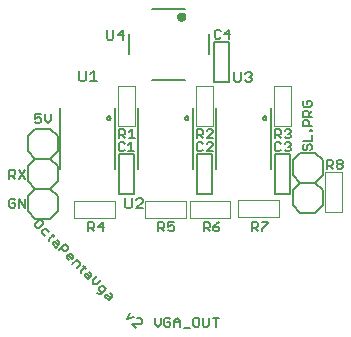
<source format=gto>
G75*
%MOIN*%
%OFA0B0*%
%FSLAX24Y24*%
%IPPOS*%
%LPD*%
%AMOC8*
5,1,8,0,0,1.08239X$1,22.5*
%
%ADD10C,0.0050*%
%ADD11C,0.0060*%
%ADD12C,0.0080*%
%ADD13C,0.0040*%
D10*
X004429Y006231D02*
X004323Y006337D01*
X004323Y006408D01*
X004393Y006408D01*
X004500Y006302D01*
X004535Y006337D02*
X004429Y006231D01*
X004535Y006337D02*
X004535Y006408D01*
X004464Y006479D01*
X004342Y006600D02*
X004236Y006706D01*
X004165Y006706D01*
X004095Y006636D01*
X004095Y006565D01*
X004201Y006459D01*
X004165Y006423D02*
X004342Y006600D01*
X004165Y006423D02*
X004095Y006423D01*
X004059Y006459D01*
X004044Y006757D02*
X003902Y006757D01*
X003902Y006899D01*
X004044Y007040D01*
X004185Y006899D02*
X004044Y006757D01*
X003816Y006985D02*
X003710Y007091D01*
X003639Y007091D01*
X003639Y007021D01*
X003745Y006915D01*
X003851Y007021D01*
X003851Y007091D01*
X003780Y007162D01*
X003664Y007279D02*
X003593Y007350D01*
X003664Y007350D02*
X003522Y007208D01*
X003522Y007137D01*
X003365Y007294D02*
X003471Y007400D01*
X003471Y007471D01*
X003365Y007577D01*
X003224Y007436D01*
X003208Y007593D02*
X003067Y007735D01*
X003102Y007770D02*
X003031Y007699D01*
X003031Y007628D01*
X003102Y007558D01*
X003208Y007593D02*
X003244Y007628D01*
X003244Y007699D01*
X003173Y007770D01*
X003102Y007770D01*
X003016Y007856D02*
X002945Y007856D01*
X002839Y007962D01*
X002768Y007892D02*
X002980Y008104D01*
X003086Y007998D01*
X003086Y007927D01*
X003016Y007856D01*
X002788Y008084D02*
X002682Y007978D01*
X002576Y008084D01*
X002576Y008155D01*
X002646Y008155D01*
X002752Y008049D01*
X002788Y008084D02*
X002788Y008155D01*
X002717Y008226D01*
X002601Y008342D02*
X002530Y008413D01*
X002601Y008413D02*
X002459Y008271D01*
X002459Y008201D01*
X002302Y008358D02*
X002196Y008464D01*
X002196Y008535D01*
X002266Y008605D01*
X002337Y008605D01*
X002443Y008499D01*
X002251Y008763D02*
X002251Y008833D01*
X002180Y008904D01*
X002109Y008904D01*
X001968Y008763D01*
X001968Y008692D01*
X002039Y008621D01*
X002109Y008621D01*
X002251Y008763D01*
X001637Y009306D02*
X001637Y009607D01*
X001436Y009607D02*
X001436Y009306D01*
X001314Y009356D02*
X001314Y009456D01*
X001214Y009456D01*
X001114Y009356D02*
X001164Y009306D01*
X001264Y009306D01*
X001314Y009356D01*
X001114Y009356D02*
X001114Y009557D01*
X001164Y009607D01*
X001264Y009607D01*
X001314Y009557D01*
X001436Y009607D02*
X001637Y009306D01*
X001637Y010269D02*
X001436Y010569D01*
X001314Y010519D02*
X001314Y010419D01*
X001264Y010369D01*
X001114Y010369D01*
X001114Y010269D02*
X001114Y010569D01*
X001264Y010569D01*
X001314Y010519D01*
X001214Y010369D02*
X001314Y010269D01*
X001436Y010269D02*
X001637Y010569D01*
X002023Y012123D02*
X001973Y012173D01*
X002023Y012123D02*
X002123Y012123D01*
X002173Y012173D01*
X002173Y012274D01*
X002123Y012324D01*
X002073Y012324D01*
X001973Y012274D01*
X001973Y012424D01*
X002173Y012424D01*
X002295Y012424D02*
X002295Y012224D01*
X002395Y012123D01*
X002495Y012224D01*
X002495Y012424D01*
X004776Y011929D02*
X004776Y011629D01*
X004776Y011729D02*
X004926Y011729D01*
X004976Y011779D01*
X004976Y011879D01*
X004926Y011929D01*
X004776Y011929D01*
X004876Y011729D02*
X004976Y011629D01*
X005098Y011629D02*
X005298Y011629D01*
X005198Y011629D02*
X005198Y011929D01*
X005098Y011829D01*
X005191Y011496D02*
X005191Y011196D01*
X005091Y011196D02*
X005291Y011196D01*
X005286Y011092D02*
X005286Y009754D01*
X004778Y009754D01*
X004766Y009754D02*
X004766Y011092D01*
X004778Y011092D02*
X005286Y011092D01*
X005091Y011396D02*
X005191Y011496D01*
X004969Y011446D02*
X004919Y011496D01*
X004818Y011496D01*
X004768Y011446D01*
X004768Y011246D01*
X004818Y011196D01*
X004919Y011196D01*
X004969Y011246D01*
X004227Y008825D02*
X004077Y008675D01*
X004277Y008675D01*
X004227Y008525D02*
X004227Y008825D01*
X003954Y008775D02*
X003954Y008675D01*
X003904Y008625D01*
X003754Y008625D01*
X003754Y008525D02*
X003754Y008825D01*
X003904Y008825D01*
X003954Y008775D01*
X003854Y008625D02*
X003954Y008525D01*
X006089Y008525D02*
X006089Y008825D01*
X006239Y008825D01*
X006289Y008775D01*
X006289Y008675D01*
X006239Y008625D01*
X006089Y008625D01*
X006189Y008625D02*
X006289Y008525D01*
X006411Y008575D02*
X006461Y008525D01*
X006561Y008525D01*
X006611Y008575D01*
X006611Y008675D01*
X006561Y008725D01*
X006511Y008725D01*
X006411Y008675D01*
X006411Y008825D01*
X006611Y008825D01*
X007365Y009754D02*
X007365Y011092D01*
X007377Y011092D02*
X007884Y011092D01*
X007884Y009754D01*
X007377Y009754D01*
X007600Y008825D02*
X007750Y008825D01*
X007800Y008775D01*
X007800Y008675D01*
X007750Y008625D01*
X007600Y008625D01*
X007600Y008525D02*
X007600Y008825D01*
X007700Y008625D02*
X007800Y008525D01*
X007922Y008575D02*
X007922Y008675D01*
X008072Y008675D01*
X008122Y008625D01*
X008122Y008575D01*
X008072Y008525D01*
X007972Y008525D01*
X007922Y008575D01*
X007922Y008675D02*
X008022Y008775D01*
X008122Y008825D01*
X009208Y008835D02*
X009208Y008534D01*
X009208Y008635D02*
X009358Y008635D01*
X009408Y008685D01*
X009408Y008785D01*
X009358Y008835D01*
X009208Y008835D01*
X009308Y008635D02*
X009408Y008534D01*
X009530Y008534D02*
X009530Y008584D01*
X009730Y008785D01*
X009730Y008835D01*
X009530Y008835D01*
X009963Y009754D02*
X009963Y011092D01*
X009975Y011092D02*
X010483Y011092D01*
X010483Y009754D01*
X009975Y009754D01*
X010022Y011192D02*
X010122Y011192D01*
X010172Y011242D01*
X010294Y011242D02*
X010344Y011192D01*
X010444Y011192D01*
X010494Y011242D01*
X010494Y011292D01*
X010444Y011342D01*
X010394Y011342D01*
X010444Y011342D02*
X010494Y011392D01*
X010494Y011443D01*
X010444Y011493D01*
X010344Y011493D01*
X010294Y011443D01*
X010172Y011443D02*
X010122Y011493D01*
X010022Y011493D01*
X009972Y011443D01*
X009972Y011242D01*
X010022Y011192D01*
X009972Y011629D02*
X009972Y011929D01*
X010123Y011929D01*
X010173Y011879D01*
X010173Y011779D01*
X010123Y011729D01*
X009972Y011729D01*
X010073Y011729D02*
X010173Y011629D01*
X010295Y011679D02*
X010345Y011629D01*
X010445Y011629D01*
X010495Y011679D01*
X010495Y011729D01*
X010445Y011779D01*
X010395Y011779D01*
X010445Y011779D02*
X010495Y011829D01*
X010495Y011879D01*
X010445Y011929D01*
X010345Y011929D01*
X010295Y011879D01*
X010895Y012020D02*
X010895Y012170D01*
X010945Y012221D01*
X011045Y012221D01*
X011095Y012170D01*
X011095Y012020D01*
X011195Y012020D02*
X010895Y012020D01*
X011145Y011909D02*
X011145Y011859D01*
X011195Y011859D01*
X011195Y011909D01*
X011145Y011909D01*
X011195Y011737D02*
X011195Y011537D01*
X010895Y011537D01*
X010945Y011415D02*
X010895Y011365D01*
X010895Y011265D01*
X010945Y011215D01*
X010995Y011215D01*
X011045Y011265D01*
X011045Y011365D01*
X011095Y011415D01*
X011145Y011415D01*
X011195Y011365D01*
X011195Y011265D01*
X011145Y011215D01*
X011705Y010906D02*
X011705Y010606D01*
X011705Y010706D02*
X011855Y010706D01*
X011905Y010756D01*
X011905Y010856D01*
X011855Y010906D01*
X011705Y010906D01*
X011805Y010706D02*
X011905Y010606D01*
X012027Y010656D02*
X012027Y010706D01*
X012077Y010756D01*
X012177Y010756D01*
X012227Y010706D01*
X012227Y010656D01*
X012177Y010606D01*
X012077Y010606D01*
X012027Y010656D01*
X012077Y010756D02*
X012027Y010806D01*
X012027Y010856D01*
X012077Y010906D01*
X012177Y010906D01*
X012227Y010856D01*
X012227Y010806D01*
X012177Y010756D01*
X011195Y012343D02*
X010895Y012343D01*
X010895Y012493D01*
X010945Y012543D01*
X011045Y012543D01*
X011095Y012493D01*
X011095Y012343D01*
X011095Y012443D02*
X011195Y012543D01*
X011145Y012665D02*
X011195Y012715D01*
X011195Y012815D01*
X011145Y012865D01*
X011045Y012865D01*
X011045Y012765D01*
X010945Y012865D02*
X010895Y012815D01*
X010895Y012715D01*
X010945Y012665D01*
X011145Y012665D01*
X008446Y013493D02*
X008446Y014832D01*
X007938Y014832D01*
X007927Y014832D02*
X007927Y013493D01*
X007938Y013493D02*
X008446Y013493D01*
X008437Y014936D02*
X008437Y015236D01*
X008287Y015086D01*
X008487Y015086D01*
X008165Y014986D02*
X008115Y014936D01*
X008015Y014936D01*
X007965Y014986D01*
X007965Y015186D01*
X008015Y015236D01*
X008115Y015236D01*
X008165Y015186D01*
X006866Y015624D02*
X006866Y015663D01*
X006827Y015663D02*
X006829Y015675D01*
X006834Y015686D01*
X006843Y015695D01*
X006854Y015700D01*
X006866Y015702D01*
X006878Y015700D01*
X006889Y015695D01*
X006898Y015686D01*
X006903Y015675D01*
X006905Y015663D01*
X006903Y015651D01*
X006898Y015640D01*
X006889Y015631D01*
X006878Y015626D01*
X006866Y015624D01*
X006854Y015626D01*
X006843Y015631D01*
X006834Y015640D01*
X006829Y015651D01*
X006827Y015663D01*
X006778Y015663D02*
X006780Y015681D01*
X006786Y015699D01*
X006795Y015715D01*
X006807Y015728D01*
X006822Y015739D01*
X006839Y015747D01*
X006857Y015751D01*
X006875Y015751D01*
X006893Y015747D01*
X006910Y015739D01*
X006925Y015728D01*
X006937Y015715D01*
X006946Y015699D01*
X006952Y015681D01*
X006954Y015663D01*
X006952Y015645D01*
X006946Y015627D01*
X006937Y015611D01*
X006925Y015598D01*
X006910Y015587D01*
X006893Y015579D01*
X006875Y015575D01*
X006857Y015575D01*
X006839Y015579D01*
X006822Y015587D01*
X006807Y015598D01*
X006795Y015611D01*
X006786Y015627D01*
X006780Y015645D01*
X006778Y015663D01*
X006748Y015663D02*
X006750Y015684D01*
X006756Y015704D01*
X006765Y015724D01*
X006777Y015741D01*
X006792Y015755D01*
X006810Y015767D01*
X006830Y015775D01*
X006850Y015780D01*
X006871Y015781D01*
X006892Y015778D01*
X006912Y015772D01*
X006931Y015761D01*
X006948Y015748D01*
X006961Y015732D01*
X006972Y015714D01*
X006980Y015694D01*
X006984Y015674D01*
X006984Y015652D01*
X006980Y015632D01*
X006972Y015612D01*
X006961Y015594D01*
X006948Y015578D01*
X006931Y015565D01*
X006912Y015554D01*
X006892Y015548D01*
X006871Y015545D01*
X006850Y015546D01*
X006830Y015551D01*
X006810Y015559D01*
X006792Y015571D01*
X006777Y015585D01*
X006765Y015602D01*
X006756Y015622D01*
X006750Y015642D01*
X006748Y015663D01*
X007374Y011929D02*
X007524Y011929D01*
X007574Y011879D01*
X007574Y011779D01*
X007524Y011729D01*
X007374Y011729D01*
X007374Y011629D02*
X007374Y011929D01*
X007474Y011729D02*
X007574Y011629D01*
X007696Y011629D02*
X007896Y011829D01*
X007896Y011879D01*
X007846Y011929D01*
X007746Y011929D01*
X007696Y011879D01*
X007696Y011629D02*
X007896Y011629D01*
X007846Y011496D02*
X007746Y011496D01*
X007696Y011446D01*
X007574Y011446D02*
X007524Y011496D01*
X007424Y011496D01*
X007374Y011446D01*
X007374Y011246D01*
X007424Y011196D01*
X007524Y011196D01*
X007574Y011246D01*
X007696Y011196D02*
X007896Y011396D01*
X007896Y011446D01*
X007846Y011496D01*
X007896Y011196D02*
X007696Y011196D01*
X005130Y005812D02*
X005059Y005600D01*
X005271Y005671D01*
X005393Y005620D02*
X005464Y005620D01*
X005535Y005549D01*
X005535Y005478D01*
X005499Y005443D01*
X005216Y005443D01*
X005358Y005301D01*
X005961Y005441D02*
X006061Y005340D01*
X006161Y005441D01*
X006161Y005641D01*
X006283Y005591D02*
X006283Y005390D01*
X006333Y005340D01*
X006433Y005340D01*
X006483Y005390D01*
X006483Y005491D01*
X006383Y005491D01*
X006283Y005591D02*
X006333Y005641D01*
X006433Y005641D01*
X006483Y005591D01*
X006605Y005541D02*
X006605Y005340D01*
X006605Y005491D02*
X006805Y005491D01*
X006805Y005541D02*
X006805Y005340D01*
X006928Y005290D02*
X007128Y005290D01*
X007250Y005390D02*
X007250Y005591D01*
X007300Y005641D01*
X007400Y005641D01*
X007450Y005591D01*
X007450Y005390D01*
X007400Y005340D01*
X007300Y005340D01*
X007250Y005390D01*
X007572Y005390D02*
X007572Y005641D01*
X007772Y005641D02*
X007772Y005390D01*
X007722Y005340D01*
X007622Y005340D01*
X007572Y005390D01*
X007894Y005641D02*
X008095Y005641D01*
X007994Y005641D02*
X007994Y005340D01*
X006805Y005541D02*
X006705Y005641D01*
X006605Y005541D01*
X005961Y005641D02*
X005961Y005441D01*
D11*
X005576Y009284D02*
X005354Y009284D01*
X005576Y009507D01*
X005576Y009562D01*
X005521Y009618D01*
X005409Y009618D01*
X005354Y009562D01*
X005214Y009618D02*
X005214Y009340D01*
X005158Y009284D01*
X005047Y009284D01*
X004991Y009340D01*
X004991Y009618D01*
X004657Y010604D02*
X004657Y012614D01*
X004042Y013524D02*
X003819Y013524D01*
X003931Y013524D02*
X003931Y013858D01*
X003819Y013747D01*
X003679Y013858D02*
X003679Y013580D01*
X003624Y013524D01*
X003512Y013524D01*
X003457Y013580D01*
X003457Y013858D01*
X002797Y012614D02*
X002797Y010604D01*
X002729Y010681D02*
X002729Y010181D01*
X002479Y009931D01*
X002729Y009681D01*
X002729Y009181D01*
X002479Y008931D01*
X001979Y008931D01*
X001729Y009181D01*
X001729Y009681D01*
X001979Y009931D01*
X001729Y010181D01*
X001729Y010681D01*
X001979Y010931D01*
X001729Y011181D01*
X001729Y011681D01*
X001979Y011931D01*
X002479Y011931D01*
X002729Y011681D01*
X002729Y011181D01*
X002479Y010931D01*
X002729Y010681D01*
X002479Y010931D02*
X001979Y010931D01*
X001979Y009931D02*
X002479Y009931D01*
X005396Y010604D02*
X005396Y012614D01*
X004900Y014905D02*
X004900Y015239D01*
X004733Y015072D01*
X004956Y015072D01*
X004593Y014961D02*
X004593Y015239D01*
X004370Y015239D02*
X004370Y014961D01*
X004426Y014905D01*
X004537Y014905D01*
X004593Y014961D01*
X007255Y012614D02*
X007255Y010604D01*
X007994Y010604D02*
X007994Y012614D01*
X008675Y013491D02*
X008787Y013491D01*
X008842Y013547D01*
X008842Y013825D01*
X008982Y013769D02*
X009038Y013825D01*
X009149Y013825D01*
X009205Y013769D01*
X009205Y013714D01*
X009149Y013658D01*
X009205Y013602D01*
X009205Y013547D01*
X009149Y013491D01*
X009038Y013491D01*
X008982Y013547D01*
X009094Y013658D02*
X009149Y013658D01*
X008675Y013491D02*
X008620Y013547D01*
X008620Y013825D01*
X009854Y012614D02*
X009854Y010604D01*
X010574Y010383D02*
X010574Y010883D01*
X010824Y011133D01*
X011324Y011133D01*
X011574Y010883D01*
X011574Y010383D01*
X011324Y010133D01*
X011574Y009883D01*
X011574Y009383D01*
X011324Y009133D01*
X010824Y009133D01*
X010574Y009383D01*
X010574Y009883D01*
X010824Y010133D01*
X010574Y010383D01*
X010824Y010133D02*
X011324Y010133D01*
D12*
X009577Y012294D02*
X009579Y012309D01*
X009585Y012322D01*
X009594Y012334D01*
X009605Y012343D01*
X009619Y012349D01*
X009634Y012351D01*
X009649Y012349D01*
X009662Y012343D01*
X009674Y012334D01*
X009683Y012323D01*
X009689Y012309D01*
X009691Y012294D01*
X009689Y012279D01*
X009683Y012266D01*
X009674Y012254D01*
X009663Y012245D01*
X009649Y012239D01*
X009634Y012237D01*
X009619Y012239D01*
X009606Y012245D01*
X009594Y012254D01*
X009585Y012265D01*
X009579Y012279D01*
X009577Y012294D01*
X007768Y014431D02*
X007768Y015081D01*
X006968Y015941D02*
X005868Y015941D01*
X005108Y015081D02*
X005108Y014431D01*
X005868Y013570D02*
X006968Y013570D01*
X006978Y012294D02*
X006980Y012309D01*
X006986Y012322D01*
X006995Y012334D01*
X007006Y012343D01*
X007020Y012349D01*
X007035Y012351D01*
X007050Y012349D01*
X007063Y012343D01*
X007075Y012334D01*
X007084Y012323D01*
X007090Y012309D01*
X007092Y012294D01*
X007090Y012279D01*
X007084Y012266D01*
X007075Y012254D01*
X007064Y012245D01*
X007050Y012239D01*
X007035Y012237D01*
X007020Y012239D01*
X007007Y012245D01*
X006995Y012254D01*
X006986Y012265D01*
X006980Y012279D01*
X006978Y012294D01*
X004380Y012294D02*
X004382Y012309D01*
X004388Y012322D01*
X004397Y012334D01*
X004408Y012343D01*
X004422Y012349D01*
X004437Y012351D01*
X004452Y012349D01*
X004465Y012343D01*
X004477Y012334D01*
X004486Y012323D01*
X004492Y012309D01*
X004494Y012294D01*
X004492Y012279D01*
X004486Y012266D01*
X004477Y012254D01*
X004466Y012245D01*
X004452Y012239D01*
X004437Y012237D01*
X004422Y012239D01*
X004409Y012245D01*
X004397Y012254D01*
X004388Y012265D01*
X004382Y012279D01*
X004380Y012294D01*
D13*
X004746Y012037D02*
X004746Y013377D01*
X004756Y013377D02*
X005296Y013377D01*
X005306Y013377D02*
X005306Y012037D01*
X005296Y012037D02*
X004756Y012037D01*
X004633Y009539D02*
X003293Y009539D01*
X003293Y009529D02*
X003293Y008989D01*
X003293Y008979D02*
X004633Y008979D01*
X004633Y008989D02*
X004633Y009529D01*
X005655Y009529D02*
X005655Y008989D01*
X005655Y008979D02*
X006995Y008979D01*
X006995Y008989D02*
X006995Y009529D01*
X006995Y009539D02*
X005655Y009539D01*
X007151Y009539D02*
X008491Y009539D01*
X008491Y009529D02*
X008491Y008989D01*
X008491Y008979D02*
X007151Y008979D01*
X007151Y008989D02*
X007151Y009529D01*
X008758Y009539D02*
X008758Y008999D01*
X008758Y008989D02*
X010098Y008989D01*
X010098Y008999D02*
X010098Y009539D01*
X010098Y009549D02*
X008758Y009549D01*
X007905Y012037D02*
X007905Y013377D01*
X007895Y013377D02*
X007355Y013377D01*
X007345Y013377D02*
X007345Y012037D01*
X007355Y012037D02*
X007895Y012037D01*
X009943Y012037D02*
X009943Y013377D01*
X009953Y013377D02*
X010493Y013377D01*
X010503Y013377D02*
X010503Y012037D01*
X010493Y012037D02*
X009953Y012037D01*
X011640Y010503D02*
X011640Y009163D01*
X011650Y009163D02*
X012190Y009163D01*
X012200Y009163D02*
X012200Y010503D01*
X012190Y010503D02*
X011650Y010503D01*
M02*

</source>
